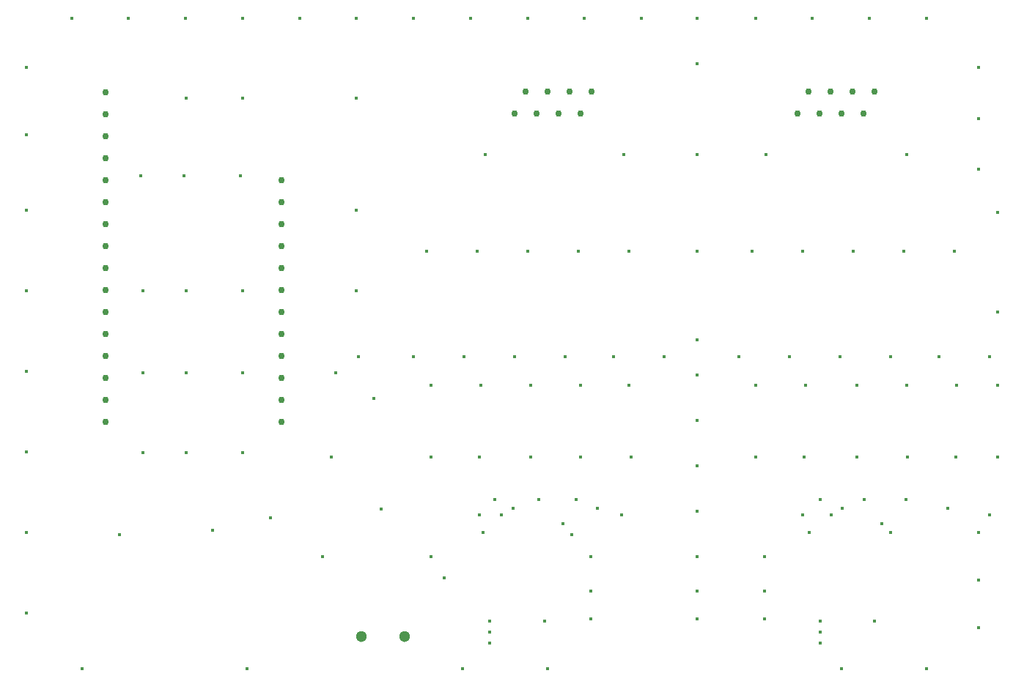
<source format=gbr>
%TF.GenerationSoftware,KiCad,Pcbnew,7.0.10*%
%TF.CreationDate,2024-03-07T20:10:07-06:00*%
%TF.ProjectId,Coax Switch Controller,436f6178-2053-4776-9974-636820436f6e,1.0*%
%TF.SameCoordinates,Original*%
%TF.FileFunction,Plated,1,2,PTH,Drill*%
%TF.FilePolarity,Positive*%
%FSLAX46Y46*%
G04 Gerber Fmt 4.6, Leading zero omitted, Abs format (unit mm)*
G04 Created by KiCad (PCBNEW 7.0.10) date 2024-03-07 20:10:07*
%MOMM*%
%LPD*%
G01*
G04 APERTURE LIST*
%TA.AperFunction,ViaDrill*%
%ADD10C,0.400000*%
%TD*%
%TA.AperFunction,ComponentDrill*%
%ADD11C,0.760000*%
%TD*%
%TA.AperFunction,ComponentDrill*%
%ADD12C,0.762000*%
%TD*%
%TA.AperFunction,ComponentDrill*%
%ADD13C,1.300000*%
%TD*%
G04 APERTURE END LIST*
D10*
X92384000Y-68420000D03*
X92384000Y-76170000D03*
X92384000Y-84920000D03*
X92384000Y-94220000D03*
X92384000Y-103520000D03*
X92384000Y-112820000D03*
X92384000Y-122120000D03*
X92384000Y-131420000D03*
X97634000Y-62670000D03*
X98884000Y-137920000D03*
X103134000Y-122420000D03*
X104217333Y-62670000D03*
X105634000Y-80920000D03*
X105884000Y-94170000D03*
X105884000Y-103670000D03*
X105884000Y-112920000D03*
X110634000Y-80920000D03*
X110800666Y-62670000D03*
X110884000Y-71920000D03*
X110884000Y-94170000D03*
X110884000Y-103670000D03*
X110884000Y-112920000D03*
X113884000Y-121920000D03*
X117134000Y-80920000D03*
X117383999Y-62670000D03*
X117384000Y-71920000D03*
X117384000Y-94170000D03*
X117384000Y-103670000D03*
X117384000Y-112920000D03*
X117884000Y-137920000D03*
X120634000Y-120420000D03*
X123967332Y-62670000D03*
X126634000Y-124920000D03*
X127634000Y-113420000D03*
X128134000Y-103670000D03*
X130550665Y-62670000D03*
X130550665Y-71920000D03*
X130550665Y-84920000D03*
X130550665Y-94170000D03*
X130810000Y-101854000D03*
X132588000Y-106680000D03*
X133384000Y-119420000D03*
X137133998Y-62738000D03*
X137160000Y-101854000D03*
X138684000Y-89662000D03*
X139134000Y-105156000D03*
X139134000Y-113420000D03*
X139134000Y-124920000D03*
X140634000Y-127420000D03*
X142821500Y-137920000D03*
X143002000Y-101854000D03*
X143717331Y-62670000D03*
X144526000Y-89662000D03*
X144722000Y-113420000D03*
X144780000Y-120142000D03*
X144884000Y-105170000D03*
X145134000Y-122174000D03*
X145384000Y-78420000D03*
X145884000Y-132420000D03*
X145884000Y-133670000D03*
X145884000Y-134920000D03*
X146558000Y-118364000D03*
X147320000Y-120142000D03*
X148630200Y-119339800D03*
X148844000Y-101854000D03*
X150300664Y-62670000D03*
X150368000Y-89662000D03*
X150634000Y-105170000D03*
X150634000Y-113420000D03*
X151638000Y-118364000D03*
X152273000Y-132420000D03*
X152634000Y-137920000D03*
X154432000Y-121158000D03*
X154686000Y-101854000D03*
X155448000Y-122428000D03*
X155956000Y-118364000D03*
X156210000Y-89662000D03*
X156406000Y-113420000D03*
X156464000Y-105156000D03*
X156883997Y-62670000D03*
X157634000Y-124920000D03*
X157634000Y-128920000D03*
X157634000Y-132170000D03*
X158384000Y-119339800D03*
X160274000Y-101854000D03*
X161128000Y-120142000D03*
X161384000Y-78420000D03*
X162052000Y-89662000D03*
X162052000Y-105156000D03*
X162248000Y-113420000D03*
X163467330Y-62670000D03*
X166116000Y-101854000D03*
X169884000Y-62670000D03*
X169884000Y-67991428D03*
X169884000Y-78420000D03*
X169884000Y-89670000D03*
X169884000Y-99920000D03*
X169884000Y-103920000D03*
X169884000Y-109170000D03*
X169884000Y-114420000D03*
X169884000Y-119670000D03*
X169884000Y-124920000D03*
X169884000Y-128920000D03*
X169884000Y-132170000D03*
X174752000Y-101854000D03*
X176276000Y-89662000D03*
X176633996Y-62670000D03*
X176634000Y-105170000D03*
X176634000Y-113420000D03*
X177634000Y-124920000D03*
X177634000Y-128920000D03*
X177634000Y-132170000D03*
X177884000Y-78420000D03*
X180594000Y-101854000D03*
X182118000Y-89662000D03*
X182118000Y-120142000D03*
X182222000Y-113420000D03*
X182384000Y-105170000D03*
X182880000Y-122174000D03*
X183217329Y-62670000D03*
X184134000Y-132420000D03*
X184134000Y-133670000D03*
X184134000Y-134920000D03*
X184150000Y-118364000D03*
X185420000Y-120142000D03*
X186436000Y-101854000D03*
X186571500Y-137920000D03*
X186690000Y-119380000D03*
X187960000Y-89662000D03*
X188318000Y-113420000D03*
X188384000Y-105170000D03*
X189230000Y-118364000D03*
X189800662Y-62670000D03*
X190373000Y-132420000D03*
X191262000Y-121158000D03*
X192278000Y-101854000D03*
X192278000Y-122174000D03*
X193802000Y-89662000D03*
X194056000Y-118364000D03*
X194134000Y-78420000D03*
X194134000Y-105170000D03*
X194160000Y-113420000D03*
X196384000Y-62670000D03*
X196384000Y-137920000D03*
X197866000Y-101854000D03*
X198882000Y-119380000D03*
X199644000Y-89662000D03*
X199748000Y-113420000D03*
X199884000Y-105170000D03*
X202384000Y-68420000D03*
X202384000Y-74295000D03*
X202384000Y-80170000D03*
X202384000Y-122170000D03*
X202384000Y-127670000D03*
X202384000Y-133170000D03*
X203642000Y-101854000D03*
X203708000Y-120142000D03*
X204634000Y-85170000D03*
X204634000Y-96670000D03*
X204634000Y-105170000D03*
X204634000Y-113420000D03*
D11*
%TO.C,J2*%
X148808500Y-73680000D03*
X150078500Y-71140000D03*
X151348500Y-73680000D03*
X152618500Y-71140000D03*
X153888500Y-73680000D03*
X155158500Y-71140000D03*
X156428500Y-73680000D03*
X157698500Y-71140000D03*
%TO.C,J1*%
X181526500Y-73680000D03*
X182796500Y-71140000D03*
X184066500Y-73680000D03*
X185336500Y-71140000D03*
X186606500Y-73680000D03*
X187876500Y-71140000D03*
X189146500Y-73680000D03*
X190416500Y-71140000D03*
D12*
%TO.C,U1*%
X101564500Y-71267000D03*
X101564500Y-73807000D03*
X101564500Y-76347000D03*
X101564500Y-78887000D03*
X101564500Y-81427000D03*
X101564500Y-83967000D03*
X101564500Y-86507000D03*
X101564500Y-89047000D03*
X101564500Y-91587000D03*
X101564500Y-94127000D03*
X101564500Y-96667000D03*
X101564500Y-99207000D03*
X101564500Y-101747000D03*
X101564500Y-104287000D03*
X101564500Y-106827000D03*
X101564500Y-109367000D03*
X121884500Y-81427000D03*
X121884500Y-83967000D03*
X121884500Y-86507000D03*
X121884500Y-89047000D03*
X121884500Y-91587000D03*
X121884500Y-94127000D03*
X121884500Y-96667000D03*
X121884500Y-99207000D03*
X121884500Y-101747000D03*
X121884500Y-104287000D03*
X121884500Y-106827000D03*
X121884500Y-109367000D03*
D13*
%TO.C,J3*%
X131134000Y-134170000D03*
X136134000Y-134170000D03*
M02*

</source>
